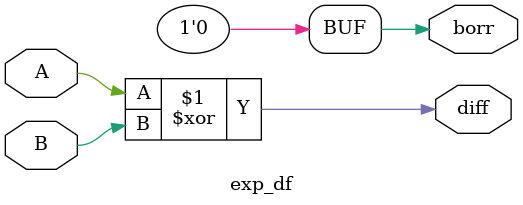
<source format=v>
module exp_df(	// file.cleaned.mlir:2:3
  input  A,	// file.cleaned.mlir:2:24
         B,	// file.cleaned.mlir:2:36
  output diff,	// file.cleaned.mlir:2:49
         borr	// file.cleaned.mlir:2:64
);

  assign diff = A ^ B;	// file.cleaned.mlir:4:10, :5:5
  assign borr = 1'h0;	// file.cleaned.mlir:3:14, :5:5
endmodule


</source>
